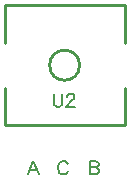
<source format=gto>
G04 Layer: TopSilkLayer*
G04 EasyEDA v5.9.41, Sun, 10 Feb 2019 10:32:15 GMT*
G04 cdcd27f09c1f40c89954da788bb1a5b5*
G04 Gerber Generator version 0.2*
G04 Scale: 100 percent, Rotated: No, Reflected: No *
G04 Dimensions in millimeters *
G04 leading zeros omitted , absolute positions ,3 integer and 3 decimal *
%FSLAX33Y33*%
%MOMM*%
G90*
G71D02*

%ADD10C,0.254000*%
%ADD15C,0.203200*%
%ADD16C,0.177800*%

%LPD*%
G54D10*
G01X2699Y17140D02*
G01X12859Y17140D01*
G01X12859Y13965D01*
G01X2699Y17140D02*
G01X2699Y13965D01*
G01X12859Y10155D02*
G01X12859Y6980D01*
G01X2699Y6980D01*
G01X2699Y10155D01*
G54D15*
G01X5135Y3957D02*
G01X4699Y2811D01*
G01X5135Y3957D02*
G01X5572Y2811D01*
G01X4861Y3192D02*
G01X5407Y3192D01*
G01X9906Y3957D02*
G01X9906Y2811D01*
G01X9906Y3957D02*
G01X10396Y3957D01*
G01X10561Y3901D01*
G01X10614Y3848D01*
G01X10670Y3738D01*
G01X10670Y3629D01*
G01X10614Y3520D01*
G01X10561Y3464D01*
G01X10396Y3411D01*
G01X9906Y3411D02*
G01X10396Y3411D01*
G01X10561Y3355D01*
G01X10614Y3302D01*
G01X10670Y3192D01*
G01X10670Y3030D01*
G01X10614Y2921D01*
G01X10561Y2865D01*
G01X10396Y2811D01*
G01X9906Y2811D01*
G01X8056Y3682D02*
G01X8003Y3792D01*
G01X7894Y3901D01*
G01X7785Y3957D01*
G01X7566Y3957D01*
G01X7457Y3901D01*
G01X7348Y3792D01*
G01X7292Y3682D01*
G01X7239Y3520D01*
G01X7239Y3248D01*
G01X7292Y3083D01*
G01X7348Y2974D01*
G01X7457Y2865D01*
G01X7566Y2811D01*
G01X7785Y2811D01*
G01X7894Y2865D01*
G01X8003Y2974D01*
G01X8056Y3083D01*
G54D16*
G01X6858Y9652D02*
G01X6858Y8872D01*
G01X6908Y8714D01*
G01X7012Y8613D01*
G01X7170Y8559D01*
G01X7274Y8559D01*
G01X7429Y8613D01*
G01X7533Y8714D01*
G01X7584Y8872D01*
G01X7584Y9652D01*
G01X7980Y9390D02*
G01X7980Y9443D01*
G01X8031Y9547D01*
G01X8084Y9598D01*
G01X8188Y9652D01*
G01X8394Y9652D01*
G01X8498Y9598D01*
G01X8552Y9547D01*
G01X8602Y9443D01*
G01X8602Y9339D01*
G01X8552Y9235D01*
G01X8448Y9080D01*
G01X7927Y8559D01*
G01X8656Y8559D01*
G54D10*
G75*
G01X9050Y12060D02*
G03X9050Y12060I-1270J0D01*
G01*
M00*
M02*

</source>
